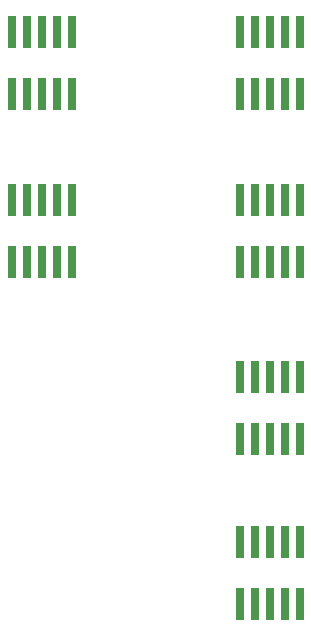
<source format=gtp>
G04 #@! TF.FileFunction,Paste,Top*
%FSLAX46Y46*%
G04 Gerber Fmt 4.6, Leading zero omitted, Abs format (unit mm)*
G04 Created by KiCad (PCBNEW 4.0.2+dfsg1-stable) date vie 26 may 2017 18:32:50 CEST*
%MOMM*%
G01*
G04 APERTURE LIST*
%ADD10C,0.100000*%
%ADD11R,0.740000X2.790000*%
G04 APERTURE END LIST*
D10*
D11*
X124714000Y-82430000D03*
X124714000Y-87750000D03*
X123444000Y-82430000D03*
X123444000Y-87750000D03*
X120904000Y-87750000D03*
X120904000Y-82430000D03*
X122174000Y-87750000D03*
X122174000Y-82430000D03*
X125984000Y-82430000D03*
X125984000Y-87750000D03*
X124714000Y-96400000D03*
X124714000Y-101720000D03*
X123444000Y-96400000D03*
X123444000Y-101720000D03*
X120904000Y-101720000D03*
X120904000Y-96400000D03*
X122174000Y-101720000D03*
X122174000Y-96400000D03*
X125984000Y-96400000D03*
X125984000Y-101720000D03*
X105410000Y-67444000D03*
X105410000Y-72764000D03*
X104140000Y-67444000D03*
X104140000Y-72764000D03*
X101600000Y-72764000D03*
X101600000Y-67444000D03*
X102870000Y-72764000D03*
X102870000Y-67444000D03*
X106680000Y-67444000D03*
X106680000Y-72764000D03*
X124714000Y-67444000D03*
X124714000Y-72764000D03*
X123444000Y-67444000D03*
X123444000Y-72764000D03*
X120904000Y-72764000D03*
X120904000Y-67444000D03*
X122174000Y-72764000D03*
X122174000Y-67444000D03*
X125984000Y-67444000D03*
X125984000Y-72764000D03*
X124714000Y-53220000D03*
X124714000Y-58540000D03*
X123444000Y-53220000D03*
X123444000Y-58540000D03*
X120904000Y-58540000D03*
X120904000Y-53220000D03*
X122174000Y-58540000D03*
X122174000Y-53220000D03*
X125984000Y-53220000D03*
X125984000Y-58540000D03*
X105410000Y-53220000D03*
X105410000Y-58540000D03*
X104140000Y-53220000D03*
X104140000Y-58540000D03*
X101600000Y-58540000D03*
X101600000Y-53220000D03*
X102870000Y-58540000D03*
X102870000Y-53220000D03*
X106680000Y-53220000D03*
X106680000Y-58540000D03*
M02*

</source>
